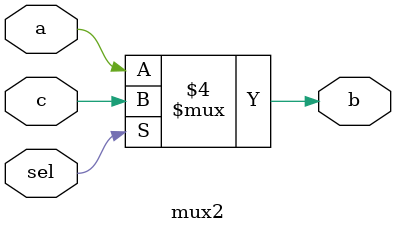
<source format=v>
module mux2(input a, input c, input sel, output reg b);
  always @(sel,a,c)
      if (sel == 0)
         b = a;
      else
          b = c;
endmodule

</source>
